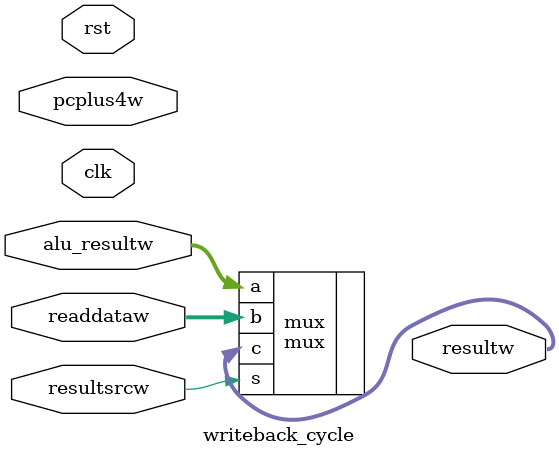
<source format=v>
module writeback_cycle(clk,rst,resultsrcw,alu_resultw,readdataw,pcplus4w,resultw);

input clk,rst,resultsrcw;
input [31:0] alu_resultw,readdataw,pcplus4w;
output [31:0] resultw;

mux mux(.a(alu_resultw),.b(readdataw),.s(resultsrcw),.c(resultw));

endmodule

</source>
